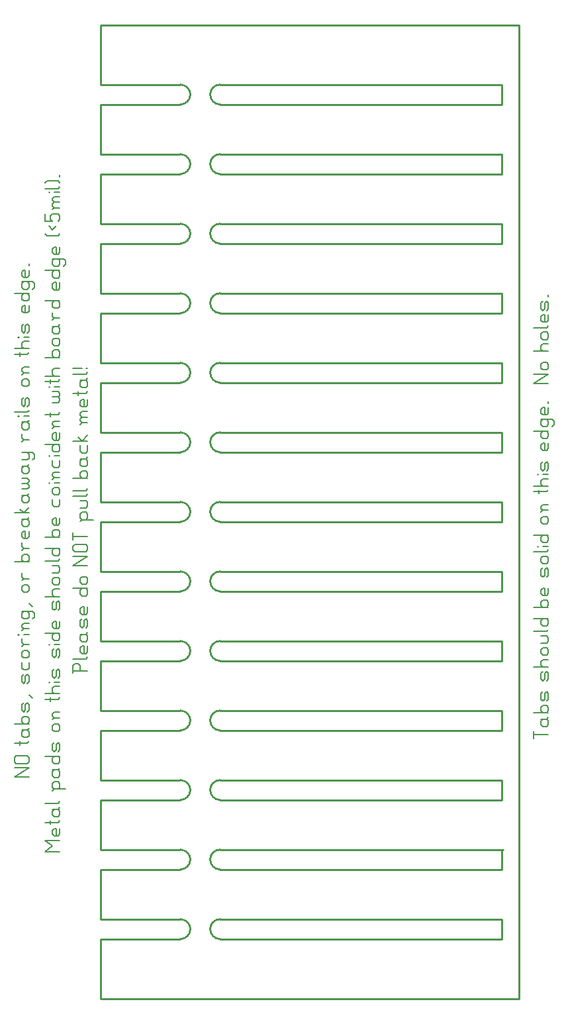
<source format=gbr>
G04 start of page 4 for group 2 idx 2 *
G04 Title: (unknown), outline *
G04 Creator: pcb 4.0.2 *
G04 CreationDate: Mon Jul 24 21:31:33 2023 UTC *
G04 For: railfan *
G04 Format: Gerber/RS-274X *
G04 PCB-Dimensions (mil): 3000.00 5500.00 *
G04 PCB-Coordinate-Origin: lower left *
%MOIN*%
%FSLAX25Y25*%
%LNOUTLINE*%
%ADD37C,0.0093*%
%ADD36C,0.0074*%
%ADD35C,0.0100*%
G54D35*X262000Y95000D02*X120000D01*
Y105000D02*X262500D01*
X262000Y130000D02*X120000D01*
Y140000D02*X262000D01*
Y130000D01*
Y105000D02*Y95000D01*
Y165000D02*X120000D01*
Y175000D02*X262000D01*
Y200000D02*X120000D01*
Y210000D02*X262000D01*
Y200000D01*
Y175000D02*Y165000D01*
Y70000D02*X120000D01*
Y60000D02*X262000D01*
X60000Y30000D02*X270500D01*
X262000Y70000D02*Y60000D01*
X100000Y95000D02*X60000D01*
Y105000D02*X100000D01*
X60000Y70000D02*Y95000D01*
X100000Y70000D02*X60000D01*
X100000Y130000D02*X60000D01*
Y140000D02*X100000D01*
X60000Y105000D02*Y130000D01*
Y140000D02*Y165000D01*
X100000Y60000D02*X60000D01*
Y30000D01*
X100000Y165000D02*X60000D01*
Y175000D02*X100000D01*
Y200000D02*X60000D01*
Y175000D02*Y200000D01*
Y210000D02*X100000D01*
Y235000D02*X60000D01*
Y210000D02*Y235000D01*
Y245000D02*X100000D01*
Y270000D02*X60000D01*
Y280000D02*X100000D01*
X60000Y245000D02*Y270000D01*
X262000Y235000D02*X120000D01*
Y245000D02*X262000D01*
Y270000D02*X120000D01*
Y280000D02*X262000D01*
Y305000D02*X120000D01*
Y315000D02*X262000D01*
Y305000D01*
Y280000D02*Y270000D01*
X270500Y520000D02*Y30000D01*
X262000Y245000D02*Y235000D01*
X100000Y305000D02*X60000D01*
Y315000D02*X100000D01*
Y340000D02*X60000D01*
Y315000D02*Y340000D01*
Y280000D02*Y305000D01*
Y385000D02*Y410000D01*
Y455000D02*Y480000D01*
Y490000D02*Y520000D01*
Y350000D02*X100000D01*
Y375000D02*X60000D01*
Y385000D02*X100000D01*
X60000Y350000D02*Y375000D01*
X100000Y410000D02*X60000D01*
Y420000D02*X100000D01*
Y445000D02*X60000D01*
Y455000D02*X100000D01*
X60000Y420000D02*Y445000D01*
X100000Y480000D02*X60000D01*
X100000Y490000D02*X60000D01*
X262000Y340000D02*X120000D01*
Y350000D02*X262000D01*
Y375000D02*X120000D01*
Y385000D02*X262000D01*
Y375000D01*
Y350000D02*Y340000D01*
Y410000D02*X120000D01*
Y420000D02*X262000D01*
Y445000D02*X120000D01*
Y455000D02*X262000D01*
Y445000D01*
Y420000D02*Y410000D01*
Y480000D02*X120000D01*
Y490000D02*X262000D01*
X60000Y520000D02*X270500D01*
X262000Y490000D02*Y480000D01*
X115000Y170000D02*G75*G03X120000Y165000I5000J0D01*G01*
X115000Y170000D02*G75*G02X120000Y175000I5000J0D01*G01*
X115000Y205000D02*G75*G03X120000Y200000I5000J0D01*G01*
X115000Y205000D02*G75*G02X120000Y210000I5000J0D01*G01*
X105000Y170000D02*G75*G03X100000Y175000I-5000J0D01*G01*
X105000Y205000D02*G75*G02X100000Y200000I-5000J0D01*G01*
X105000Y205000D02*G75*G03X100000Y210000I-5000J0D01*G01*
X105000Y240000D02*G75*G02X100000Y235000I-5000J0D01*G01*
X105000Y240000D02*G75*G03X100000Y245000I-5000J0D01*G01*
X115000Y135000D02*G75*G03X120000Y130000I5000J0D01*G01*
X115000Y135000D02*G75*G02X120000Y140000I5000J0D01*G01*
X105000Y135000D02*G75*G02X100000Y130000I-5000J0D01*G01*
X105000Y135000D02*G75*G03X100000Y140000I-5000J0D01*G01*
X115000Y100000D02*G75*G03X120000Y95000I5000J0D01*G01*
X115000Y100000D02*G75*G02X120000Y105000I5000J0D01*G01*
X105000Y100000D02*G75*G02X100000Y95000I-5000J0D01*G01*
X105000Y100000D02*G75*G03X100000Y105000I-5000J0D01*G01*
X105000Y170000D02*G75*G02X100000Y165000I-5000J0D01*G01*
X115000Y65000D02*G75*G02X120000Y70000I5000J0D01*G01*
X115000Y65000D02*G75*G03X120000Y60000I5000J0D01*G01*
X105000Y65000D02*G75*G03X100000Y70000I-5000J0D01*G01*
X105000Y65000D02*G75*G02X100000Y60000I-5000J0D01*G01*
X115000Y240000D02*G75*G03X120000Y235000I5000J0D01*G01*
X115000Y240000D02*G75*G02X120000Y245000I5000J0D01*G01*
X115000Y275000D02*G75*G03X120000Y270000I5000J0D01*G01*
X115000Y275000D02*G75*G02X120000Y280000I5000J0D01*G01*
X105000Y275000D02*G75*G02X100000Y270000I-5000J0D01*G01*
X105000Y275000D02*G75*G03X100000Y280000I-5000J0D01*G01*
X105000Y310000D02*G75*G02X100000Y305000I-5000J0D01*G01*
X105000Y310000D02*G75*G03X100000Y315000I-5000J0D01*G01*
X115000Y310000D02*G75*G03X120000Y305000I5000J0D01*G01*
X115000Y310000D02*G75*G02X120000Y315000I5000J0D01*G01*
X115000Y345000D02*G75*G03X120000Y340000I5000J0D01*G01*
X115000Y345000D02*G75*G02X120000Y350000I5000J0D01*G01*
X115000Y380000D02*G75*G03X120000Y375000I5000J0D01*G01*
X115000Y380000D02*G75*G02X120000Y385000I5000J0D01*G01*
X105000Y345000D02*G75*G02X100000Y340000I-5000J0D01*G01*
X105000Y345000D02*G75*G03X100000Y350000I-5000J0D01*G01*
X105000Y380000D02*G75*G02X100000Y375000I-5000J0D01*G01*
X105000Y380000D02*G75*G03X100000Y385000I-5000J0D01*G01*
X105000Y415000D02*G75*G02X100000Y410000I-5000J0D01*G01*
X105000Y415000D02*G75*G03X100000Y420000I-5000J0D01*G01*
X115000Y415000D02*G75*G03X120000Y410000I5000J0D01*G01*
X115000Y415000D02*G75*G02X120000Y420000I5000J0D01*G01*
X115000Y450000D02*G75*G03X120000Y445000I5000J0D01*G01*
X115000Y450000D02*G75*G02X120000Y455000I5000J0D01*G01*
X105000Y450000D02*G75*G02X100000Y445000I-5000J0D01*G01*
X105000Y450000D02*G75*G03X100000Y455000I-5000J0D01*G01*
X115000Y485000D02*G75*G03X120000Y480000I5000J0D01*G01*
X115000Y485000D02*G75*G02X120000Y490000I5000J0D01*G01*
X105000Y485000D02*G75*G02X100000Y480000I-5000J0D01*G01*
X105000Y485000D02*G75*G03X100000Y490000I-5000J0D01*G01*
G54D36*X16360Y141500D02*X23800D01*
X16360D02*X23800Y146150D01*
X16360D02*X23800D01*
X17290Y148382D02*X22870D01*
X17290D02*X16360Y149312D01*
Y151172D02*Y149312D01*
Y151172D02*X17290Y152102D01*
X22870D01*
X23800Y151172D02*X22870Y152102D01*
X23800Y151172D02*Y149312D01*
X22870Y148382D02*X23800Y149312D01*
X16360Y158612D02*X22870D01*
X23800Y159542D01*
X19150D02*Y157682D01*
X20080Y164192D02*X21010Y165122D01*
X20080Y164192D02*Y162332D01*
X21010Y161402D02*X20080Y162332D01*
X21010Y161402D02*X22870D01*
X23800Y162332D01*
X20080Y165122D02*X22870D01*
X23800Y166052D01*
Y164192D02*Y162332D01*
Y164192D02*X22870Y165122D01*
X16360Y168284D02*X23800D01*
X22870D02*X23800Y169214D01*
Y171074D02*Y169214D01*
Y171074D02*X22870Y172004D01*
X21010D02*X22870D01*
X20080Y171074D02*X21010Y172004D01*
X20080Y171074D02*Y169214D01*
X21010Y168284D02*X20080Y169214D01*
X23800Y177956D02*Y175166D01*
Y177956D02*X22870Y178886D01*
X21940Y177956D02*X22870Y178886D01*
X21940Y177956D02*Y175166D01*
X21010Y174236D02*X21940Y175166D01*
X21010Y174236D02*X20080Y175166D01*
Y177956D02*Y175166D01*
Y177956D02*X21010Y178886D01*
X22870Y174236D02*X23800Y175166D01*
X25660Y181118D02*X23800Y182978D01*
Y192278D02*Y189488D01*
Y192278D02*X22870Y193208D01*
X21940Y192278D02*X22870Y193208D01*
X21940Y192278D02*Y189488D01*
X21010Y188558D02*X21940Y189488D01*
X21010Y188558D02*X20080Y189488D01*
Y192278D02*Y189488D01*
Y192278D02*X21010Y193208D01*
X22870Y188558D02*X23800Y189488D01*
X20080Y199160D02*Y196370D01*
X21010Y195440D02*X20080Y196370D01*
X21010Y195440D02*X22870D01*
X23800Y196370D01*
Y199160D02*Y196370D01*
X21010Y201392D02*X22870D01*
X21010D02*X20080Y202322D01*
Y204182D02*Y202322D01*
Y204182D02*X21010Y205112D01*
X22870D01*
X23800Y204182D02*X22870Y205112D01*
X23800Y204182D02*Y202322D01*
X22870Y201392D02*X23800Y202322D01*
X21010Y208274D02*X23800D01*
X21010D02*X20080Y209204D01*
Y211064D02*Y209204D01*
Y207344D02*X21010Y208274D01*
G54D37*X18220Y213296D02*X18406D01*
G54D36*X21010D02*X23800D01*
X21010Y216086D02*X23800D01*
X21010D02*X20080Y217016D01*
Y217946D02*Y217016D01*
Y217946D02*X21010Y218876D01*
X23800D01*
X20080Y215156D02*X21010Y216086D01*
X20080Y223898D02*X21010Y224828D01*
X20080Y223898D02*Y222038D01*
X21010Y221108D02*X20080Y222038D01*
X21010Y221108D02*X22870D01*
X23800Y222038D01*
Y223898D02*Y222038D01*
Y223898D02*X22870Y224828D01*
X25660Y221108D02*X26590Y222038D01*
Y223898D02*Y222038D01*
Y223898D02*X25660Y224828D01*
X20080D02*X25660D01*
Y227060D02*X23800Y228920D01*
X21010Y234500D02*X22870D01*
X21010D02*X20080Y235430D01*
Y237290D02*Y235430D01*
Y237290D02*X21010Y238220D01*
X22870D01*
X23800Y237290D02*X22870Y238220D01*
X23800Y237290D02*Y235430D01*
X22870Y234500D02*X23800Y235430D01*
X21010Y241382D02*X23800D01*
X21010D02*X20080Y242312D01*
Y244172D02*Y242312D01*
Y240452D02*X21010Y241382D01*
X16360Y249752D02*X23800D01*
X22870D02*X23800Y250682D01*
Y252542D02*Y250682D01*
Y252542D02*X22870Y253472D01*
X21010D02*X22870D01*
X20080Y252542D02*X21010Y253472D01*
X20080Y252542D02*Y250682D01*
X21010Y249752D02*X20080Y250682D01*
X21010Y256634D02*X23800D01*
X21010D02*X20080Y257564D01*
Y259424D02*Y257564D01*
Y255704D02*X21010Y256634D01*
X23800Y265376D02*Y262586D01*
X22870Y261656D02*X23800Y262586D01*
X21010Y261656D02*X22870D01*
X21010D02*X20080Y262586D01*
Y264446D02*Y262586D01*
Y264446D02*X21010Y265376D01*
X21940D02*Y261656D01*
X21010Y265376D02*X21940D01*
X20080Y270398D02*X21010Y271328D01*
X20080Y270398D02*Y268538D01*
X21010Y267608D02*X20080Y268538D01*
X21010Y267608D02*X22870D01*
X23800Y268538D01*
X20080Y271328D02*X22870D01*
X23800Y272258D01*
Y270398D02*Y268538D01*
Y270398D02*X22870Y271328D01*
X16360Y274490D02*X23800D01*
X21010D02*X23800Y277280D01*
X21010Y274490D02*X19150Y276350D01*
X20080Y282302D02*X21010Y283232D01*
X20080Y282302D02*Y280442D01*
X21010Y279512D02*X20080Y280442D01*
X21010Y279512D02*X22870D01*
X23800Y280442D01*
X20080Y283232D02*X22870D01*
X23800Y284162D01*
Y282302D02*Y280442D01*
Y282302D02*X22870Y283232D01*
X20080Y286394D02*X22870D01*
X23800Y287324D01*
Y288254D02*Y287324D01*
Y288254D02*X22870Y289184D01*
X20080D02*X22870D01*
X23800Y290114D01*
Y291044D02*Y290114D01*
Y291044D02*X22870Y291974D01*
X20080D02*X22870D01*
X20080Y296996D02*X21010Y297926D01*
X20080Y296996D02*Y295136D01*
X21010Y294206D02*X20080Y295136D01*
X21010Y294206D02*X22870D01*
X23800Y295136D01*
X20080Y297926D02*X22870D01*
X23800Y298856D01*
Y296996D02*Y295136D01*
Y296996D02*X22870Y297926D01*
X20080Y301088D02*X22870D01*
X23800Y302018D01*
X20080Y304808D02*X25660D01*
X26590Y303878D02*X25660Y304808D01*
X26590Y303878D02*Y302018D01*
X25660Y301088D02*X26590Y302018D01*
X23800Y303878D02*Y302018D01*
Y303878D02*X22870Y304808D01*
X21010Y311318D02*X23800D01*
X21010D02*X20080Y312248D01*
Y314108D02*Y312248D01*
Y310388D02*X21010Y311318D01*
X20080Y319130D02*X21010Y320060D01*
X20080Y319130D02*Y317270D01*
X21010Y316340D02*X20080Y317270D01*
X21010Y316340D02*X22870D01*
X23800Y317270D01*
X20080Y320060D02*X22870D01*
X23800Y320990D01*
Y319130D02*Y317270D01*
Y319130D02*X22870Y320060D01*
G54D37*X18220Y323222D02*X18406D01*
G54D36*X21010D02*X23800D01*
X16360Y325082D02*X22870D01*
X23800Y326012D01*
Y331592D02*Y328802D01*
Y331592D02*X22870Y332522D01*
X21940Y331592D02*X22870Y332522D01*
X21940Y331592D02*Y328802D01*
X21010Y327872D02*X21940Y328802D01*
X21010Y327872D02*X20080Y328802D01*
Y331592D02*Y328802D01*
Y331592D02*X21010Y332522D01*
X22870Y327872D02*X23800Y328802D01*
X21010Y338102D02*X22870D01*
X21010D02*X20080Y339032D01*
Y340892D02*Y339032D01*
Y340892D02*X21010Y341822D01*
X22870D01*
X23800Y340892D02*X22870Y341822D01*
X23800Y340892D02*Y339032D01*
X22870Y338102D02*X23800Y339032D01*
X21010Y344984D02*X23800D01*
X21010D02*X20080Y345914D01*
Y346844D02*Y345914D01*
Y346844D02*X21010Y347774D01*
X23800D01*
X20080Y344054D02*X21010Y344984D01*
X16360Y354284D02*X22870D01*
X23800Y355214D01*
X19150D02*Y353354D01*
X16360Y357074D02*X23800D01*
X21010D02*X20080Y358004D01*
Y359864D02*Y358004D01*
Y359864D02*X21010Y360794D01*
X23800D01*
G54D37*X18220Y363026D02*X18406D01*
G54D36*X21010D02*X23800D01*
Y368606D02*Y365816D01*
Y368606D02*X22870Y369536D01*
X21940Y368606D02*X22870Y369536D01*
X21940Y368606D02*Y365816D01*
X21010Y364886D02*X21940Y365816D01*
X21010Y364886D02*X20080Y365816D01*
Y368606D02*Y365816D01*
Y368606D02*X21010Y369536D01*
X22870Y364886D02*X23800Y365816D01*
Y378836D02*Y376046D01*
X22870Y375116D02*X23800Y376046D01*
X21010Y375116D02*X22870D01*
X21010D02*X20080Y376046D01*
Y377906D02*Y376046D01*
Y377906D02*X21010Y378836D01*
X21940D02*Y375116D01*
X21010Y378836D02*X21940D01*
X16360Y384788D02*X23800D01*
Y383858D02*X22870Y384788D01*
X23800Y383858D02*Y381998D01*
X22870Y381068D02*X23800Y381998D01*
X21010Y381068D02*X22870D01*
X21010D02*X20080Y381998D01*
Y383858D02*Y381998D01*
Y383858D02*X21010Y384788D01*
X20080Y389810D02*X21010Y390740D01*
X20080Y389810D02*Y387950D01*
X21010Y387020D02*X20080Y387950D01*
X21010Y387020D02*X22870D01*
X23800Y387950D01*
Y389810D02*Y387950D01*
Y389810D02*X22870Y390740D01*
X25660Y387020D02*X26590Y387950D01*
Y389810D02*Y387950D01*
Y389810D02*X25660Y390740D01*
X20080D02*X25660D01*
X23800Y396692D02*Y393902D01*
X22870Y392972D02*X23800Y393902D01*
X21010Y392972D02*X22870D01*
X21010D02*X20080Y393902D01*
Y395762D02*Y393902D01*
Y395762D02*X21010Y396692D01*
X21940D02*Y392972D01*
X21010Y396692D02*X21940D01*
X23800Y399854D02*Y398924D01*
X45860Y194930D02*X53300D01*
X45860Y197720D02*Y194000D01*
Y197720D02*X46790Y198650D01*
X48650D01*
X49580Y197720D02*X48650Y198650D01*
X49580Y197720D02*Y194930D01*
X45860Y200882D02*X52370D01*
X53300Y201812D01*
Y207392D02*Y204602D01*
X52370Y203672D02*X53300Y204602D01*
X50510Y203672D02*X52370D01*
X50510D02*X49580Y204602D01*
Y206462D02*Y204602D01*
Y206462D02*X50510Y207392D01*
X51440D02*Y203672D01*
X50510Y207392D02*X51440D01*
X49580Y212414D02*X50510Y213344D01*
X49580Y212414D02*Y210554D01*
X50510Y209624D02*X49580Y210554D01*
X50510Y209624D02*X52370D01*
X53300Y210554D01*
X49580Y213344D02*X52370D01*
X53300Y214274D01*
Y212414D02*Y210554D01*
Y212414D02*X52370Y213344D01*
X53300Y220226D02*Y217436D01*
Y220226D02*X52370Y221156D01*
X51440Y220226D02*X52370Y221156D01*
X51440Y220226D02*Y217436D01*
X50510Y216506D02*X51440Y217436D01*
X50510Y216506D02*X49580Y217436D01*
Y220226D02*Y217436D01*
Y220226D02*X50510Y221156D01*
X52370Y216506D02*X53300Y217436D01*
Y227108D02*Y224318D01*
X52370Y223388D02*X53300Y224318D01*
X50510Y223388D02*X52370D01*
X50510D02*X49580Y224318D01*
Y226178D02*Y224318D01*
Y226178D02*X50510Y227108D01*
X51440D02*Y223388D01*
X50510Y227108D02*X51440D01*
X45860Y236408D02*X53300D01*
Y235478D02*X52370Y236408D01*
X53300Y235478D02*Y233618D01*
X52370Y232688D02*X53300Y233618D01*
X50510Y232688D02*X52370D01*
X50510D02*X49580Y233618D01*
Y235478D02*Y233618D01*
Y235478D02*X50510Y236408D01*
Y238640D02*X52370D01*
X50510D02*X49580Y239570D01*
Y241430D02*Y239570D01*
Y241430D02*X50510Y242360D01*
X52370D01*
X53300Y241430D02*X52370Y242360D01*
X53300Y241430D02*Y239570D01*
X52370Y238640D02*X53300Y239570D01*
X45860Y247940D02*X53300D01*
X45860D02*X53300Y252590D01*
X45860D02*X53300D01*
X46790Y254822D02*X52370D01*
X46790D02*X45860Y255752D01*
Y257612D02*Y255752D01*
Y257612D02*X46790Y258542D01*
X52370D01*
X53300Y257612D02*X52370Y258542D01*
X53300Y257612D02*Y255752D01*
X52370Y254822D02*X53300Y255752D01*
X45860Y264494D02*Y260774D01*
Y262634D02*X53300D01*
X50510Y271004D02*X56090D01*
X49580Y270074D02*X50510Y271004D01*
X49580Y271934D01*
Y273794D02*Y271934D01*
Y273794D02*X50510Y274724D01*
X52370D01*
X53300Y273794D02*X52370Y274724D01*
X53300Y273794D02*Y271934D01*
X52370Y271004D02*X53300Y271934D01*
X49580Y276956D02*X52370D01*
X53300Y277886D01*
Y279746D02*Y277886D01*
Y279746D02*X52370Y280676D01*
X49580D02*X52370D01*
X45860Y282908D02*X52370D01*
X53300Y283838D01*
X45860Y285698D02*X52370D01*
X53300Y286628D01*
X45860Y291836D02*X53300D01*
X52370D02*X53300Y292766D01*
Y294626D02*Y292766D01*
Y294626D02*X52370Y295556D01*
X50510D02*X52370D01*
X49580Y294626D02*X50510Y295556D01*
X49580Y294626D02*Y292766D01*
X50510Y291836D02*X49580Y292766D01*
Y300578D02*X50510Y301508D01*
X49580Y300578D02*Y298718D01*
X50510Y297788D02*X49580Y298718D01*
X50510Y297788D02*X52370D01*
X53300Y298718D01*
X49580Y301508D02*X52370D01*
X53300Y302438D01*
Y300578D02*Y298718D01*
Y300578D02*X52370Y301508D01*
X49580Y308390D02*Y305600D01*
X50510Y304670D02*X49580Y305600D01*
X50510Y304670D02*X52370D01*
X53300Y305600D01*
Y308390D02*Y305600D01*
X45860Y310622D02*X53300D01*
X50510D02*X53300Y313412D01*
X50510Y310622D02*X48650Y312482D01*
X50510Y319922D02*X53300D01*
X50510D02*X49580Y320852D01*
Y321782D02*Y320852D01*
Y321782D02*X50510Y322712D01*
X53300D01*
X50510D02*X49580Y323642D01*
Y324572D02*Y323642D01*
Y324572D02*X50510Y325502D01*
X53300D01*
X49580Y318992D02*X50510Y319922D01*
X53300Y331454D02*Y328664D01*
X52370Y327734D02*X53300Y328664D01*
X50510Y327734D02*X52370D01*
X50510D02*X49580Y328664D01*
Y330524D02*Y328664D01*
Y330524D02*X50510Y331454D01*
X51440D02*Y327734D01*
X50510Y331454D02*X51440D01*
X45860Y334616D02*X52370D01*
X53300Y335546D01*
X48650D02*Y333686D01*
X49580Y340196D02*X50510Y341126D01*
X49580Y340196D02*Y338336D01*
X50510Y337406D02*X49580Y338336D01*
X50510Y337406D02*X52370D01*
X53300Y338336D01*
X49580Y341126D02*X52370D01*
X53300Y342056D01*
Y340196D02*Y338336D01*
Y340196D02*X52370Y341126D01*
X45860Y344288D02*X52370D01*
X53300Y345218D01*
X52370Y347078D02*X53300D01*
X45860D02*X50510D01*
X31860Y104000D02*X39300D01*
X31860D02*X35580Y106790D01*
X31860Y109580D01*
X39300D01*
Y115532D02*Y112742D01*
X38370Y111812D02*X39300Y112742D01*
X36510Y111812D02*X38370D01*
X36510D02*X35580Y112742D01*
Y114602D02*Y112742D01*
Y114602D02*X36510Y115532D01*
X37440D02*Y111812D01*
X36510Y115532D02*X37440D01*
X31860Y118694D02*X38370D01*
X39300Y119624D01*
X34650D02*Y117764D01*
X35580Y124274D02*X36510Y125204D01*
X35580Y124274D02*Y122414D01*
X36510Y121484D02*X35580Y122414D01*
X36510Y121484D02*X38370D01*
X39300Y122414D01*
X35580Y125204D02*X38370D01*
X39300Y126134D01*
Y124274D02*Y122414D01*
Y124274D02*X38370Y125204D01*
X31860Y128366D02*X38370D01*
X39300Y129296D01*
X36510Y135434D02*X42090D01*
X35580Y134504D02*X36510Y135434D01*
X35580Y136364D01*
Y138224D02*Y136364D01*
Y138224D02*X36510Y139154D01*
X38370D01*
X39300Y138224D02*X38370Y139154D01*
X39300Y138224D02*Y136364D01*
X38370Y135434D02*X39300Y136364D01*
X35580Y144176D02*X36510Y145106D01*
X35580Y144176D02*Y142316D01*
X36510Y141386D02*X35580Y142316D01*
X36510Y141386D02*X38370D01*
X39300Y142316D01*
X35580Y145106D02*X38370D01*
X39300Y146036D01*
Y144176D02*Y142316D01*
Y144176D02*X38370Y145106D01*
X31860Y151988D02*X39300D01*
Y151058D02*X38370Y151988D01*
X39300Y151058D02*Y149198D01*
X38370Y148268D02*X39300Y149198D01*
X36510Y148268D02*X38370D01*
X36510D02*X35580Y149198D01*
Y151058D02*Y149198D01*
Y151058D02*X36510Y151988D01*
X39300Y157940D02*Y155150D01*
Y157940D02*X38370Y158870D01*
X37440Y157940D02*X38370Y158870D01*
X37440Y157940D02*Y155150D01*
X36510Y154220D02*X37440Y155150D01*
X36510Y154220D02*X35580Y155150D01*
Y157940D02*Y155150D01*
Y157940D02*X36510Y158870D01*
X38370Y154220D02*X39300Y155150D01*
X36510Y164450D02*X38370D01*
X36510D02*X35580Y165380D01*
Y167240D02*Y165380D01*
Y167240D02*X36510Y168170D01*
X38370D01*
X39300Y167240D02*X38370Y168170D01*
X39300Y167240D02*Y165380D01*
X38370Y164450D02*X39300Y165380D01*
X36510Y171332D02*X39300D01*
X36510D02*X35580Y172262D01*
Y173192D02*Y172262D01*
Y173192D02*X36510Y174122D01*
X39300D01*
X35580Y170402D02*X36510Y171332D01*
X31860Y180632D02*X38370D01*
X39300Y181562D01*
X34650D02*Y179702D01*
X31860Y183422D02*X39300D01*
X36510D02*X35580Y184352D01*
Y186212D02*Y184352D01*
Y186212D02*X36510Y187142D01*
X39300D01*
G54D37*X33720Y189374D02*X33906D01*
G54D36*X36510D02*X39300D01*
Y194954D02*Y192164D01*
Y194954D02*X38370Y195884D01*
X37440Y194954D02*X38370Y195884D01*
X37440Y194954D02*Y192164D01*
X36510Y191234D02*X37440Y192164D01*
X36510Y191234D02*X35580Y192164D01*
Y194954D02*Y192164D01*
Y194954D02*X36510Y195884D01*
X38370Y191234D02*X39300Y192164D01*
Y205184D02*Y202394D01*
Y205184D02*X38370Y206114D01*
X37440Y205184D02*X38370Y206114D01*
X37440Y205184D02*Y202394D01*
X36510Y201464D02*X37440Y202394D01*
X36510Y201464D02*X35580Y202394D01*
Y205184D02*Y202394D01*
Y205184D02*X36510Y206114D01*
X38370Y201464D02*X39300Y202394D01*
G54D37*X33720Y208346D02*X33906D01*
G54D36*X36510D02*X39300D01*
X31860Y213926D02*X39300D01*
Y212996D02*X38370Y213926D01*
X39300Y212996D02*Y211136D01*
X38370Y210206D02*X39300Y211136D01*
X36510Y210206D02*X38370D01*
X36510D02*X35580Y211136D01*
Y212996D02*Y211136D01*
Y212996D02*X36510Y213926D01*
X39300Y219878D02*Y217088D01*
X38370Y216158D02*X39300Y217088D01*
X36510Y216158D02*X38370D01*
X36510D02*X35580Y217088D01*
Y218948D02*Y217088D01*
Y218948D02*X36510Y219878D01*
X37440D02*Y216158D01*
X36510Y219878D02*X37440D01*
X39300Y229178D02*Y226388D01*
Y229178D02*X38370Y230108D01*
X37440Y229178D02*X38370Y230108D01*
X37440Y229178D02*Y226388D01*
X36510Y225458D02*X37440Y226388D01*
X36510Y225458D02*X35580Y226388D01*
Y229178D02*Y226388D01*
Y229178D02*X36510Y230108D01*
X38370Y225458D02*X39300Y226388D01*
X31860Y232340D02*X39300D01*
X36510D02*X35580Y233270D01*
Y235130D02*Y233270D01*
Y235130D02*X36510Y236060D01*
X39300D01*
X36510Y238292D02*X38370D01*
X36510D02*X35580Y239222D01*
Y241082D02*Y239222D01*
Y241082D02*X36510Y242012D01*
X38370D01*
X39300Y241082D02*X38370Y242012D01*
X39300Y241082D02*Y239222D01*
X38370Y238292D02*X39300Y239222D01*
X35580Y244244D02*X38370D01*
X39300Y245174D01*
Y247034D02*Y245174D01*
Y247034D02*X38370Y247964D01*
X35580D02*X38370D01*
X31860Y250196D02*X38370D01*
X39300Y251126D01*
X31860Y256706D02*X39300D01*
Y255776D02*X38370Y256706D01*
X39300Y255776D02*Y253916D01*
X38370Y252986D02*X39300Y253916D01*
X36510Y252986D02*X38370D01*
X36510D02*X35580Y253916D01*
Y255776D02*Y253916D01*
Y255776D02*X36510Y256706D01*
X31860Y262286D02*X39300D01*
X38370D02*X39300Y263216D01*
Y265076D02*Y263216D01*
Y265076D02*X38370Y266006D01*
X36510D02*X38370D01*
X35580Y265076D02*X36510Y266006D01*
X35580Y265076D02*Y263216D01*
X36510Y262286D02*X35580Y263216D01*
X39300Y271958D02*Y269168D01*
X38370Y268238D02*X39300Y269168D01*
X36510Y268238D02*X38370D01*
X36510D02*X35580Y269168D01*
Y271028D02*Y269168D01*
Y271028D02*X36510Y271958D01*
X37440D02*Y268238D01*
X36510Y271958D02*X37440D01*
X35580Y281258D02*Y278468D01*
X36510Y277538D02*X35580Y278468D01*
X36510Y277538D02*X38370D01*
X39300Y278468D01*
Y281258D02*Y278468D01*
X36510Y283490D02*X38370D01*
X36510D02*X35580Y284420D01*
Y286280D02*Y284420D01*
Y286280D02*X36510Y287210D01*
X38370D01*
X39300Y286280D02*X38370Y287210D01*
X39300Y286280D02*Y284420D01*
X38370Y283490D02*X39300Y284420D01*
G54D37*X33720Y289442D02*X33906D01*
G54D36*X36510D02*X39300D01*
X36510Y292232D02*X39300D01*
X36510D02*X35580Y293162D01*
Y294092D02*Y293162D01*
Y294092D02*X36510Y295022D01*
X39300D01*
X35580Y291302D02*X36510Y292232D01*
X35580Y300974D02*Y298184D01*
X36510Y297254D02*X35580Y298184D01*
X36510Y297254D02*X38370D01*
X39300Y298184D01*
Y300974D02*Y298184D01*
G54D37*X33720Y303206D02*X33906D01*
G54D36*X36510D02*X39300D01*
X31860Y308786D02*X39300D01*
Y307856D02*X38370Y308786D01*
X39300Y307856D02*Y305996D01*
X38370Y305066D02*X39300Y305996D01*
X36510Y305066D02*X38370D01*
X36510D02*X35580Y305996D01*
Y307856D02*Y305996D01*
Y307856D02*X36510Y308786D01*
X39300Y314738D02*Y311948D01*
X38370Y311018D02*X39300Y311948D01*
X36510Y311018D02*X38370D01*
X36510D02*X35580Y311948D01*
Y313808D02*Y311948D01*
Y313808D02*X36510Y314738D01*
X37440D02*Y311018D01*
X36510Y314738D02*X37440D01*
X36510Y317900D02*X39300D01*
X36510D02*X35580Y318830D01*
Y319760D02*Y318830D01*
Y319760D02*X36510Y320690D01*
X39300D01*
X35580Y316970D02*X36510Y317900D01*
X31860Y323852D02*X38370D01*
X39300Y324782D01*
X34650D02*Y322922D01*
X35580Y329990D02*X38370D01*
X39300Y330920D01*
Y331850D02*Y330920D01*
Y331850D02*X38370Y332780D01*
X35580D02*X38370D01*
X39300Y333710D01*
Y334640D02*Y333710D01*
Y334640D02*X38370Y335570D01*
X35580D02*X38370D01*
G54D37*X33720Y337802D02*X33906D01*
G54D36*X36510D02*X39300D01*
X31860Y340592D02*X38370D01*
X39300Y341522D01*
X34650D02*Y339662D01*
X31860Y343382D02*X39300D01*
X36510D02*X35580Y344312D01*
Y346172D02*Y344312D01*
Y346172D02*X36510Y347102D01*
X39300D01*
X31860Y352682D02*X39300D01*
X38370D02*X39300Y353612D01*
Y355472D02*Y353612D01*
Y355472D02*X38370Y356402D01*
X36510D02*X38370D01*
X35580Y355472D02*X36510Y356402D01*
X35580Y355472D02*Y353612D01*
X36510Y352682D02*X35580Y353612D01*
X36510Y358634D02*X38370D01*
X36510D02*X35580Y359564D01*
Y361424D02*Y359564D01*
Y361424D02*X36510Y362354D01*
X38370D01*
X39300Y361424D02*X38370Y362354D01*
X39300Y361424D02*Y359564D01*
X38370Y358634D02*X39300Y359564D01*
X35580Y367376D02*X36510Y368306D01*
X35580Y367376D02*Y365516D01*
X36510Y364586D02*X35580Y365516D01*
X36510Y364586D02*X38370D01*
X39300Y365516D01*
X35580Y368306D02*X38370D01*
X39300Y369236D01*
Y367376D02*Y365516D01*
Y367376D02*X38370Y368306D01*
X36510Y372398D02*X39300D01*
X36510D02*X35580Y373328D01*
Y375188D02*Y373328D01*
Y371468D02*X36510Y372398D01*
X31860Y381140D02*X39300D01*
Y380210D02*X38370Y381140D01*
X39300Y380210D02*Y378350D01*
X38370Y377420D02*X39300Y378350D01*
X36510Y377420D02*X38370D01*
X36510D02*X35580Y378350D01*
Y380210D02*Y378350D01*
Y380210D02*X36510Y381140D01*
X39300Y390440D02*Y387650D01*
X38370Y386720D02*X39300Y387650D01*
X36510Y386720D02*X38370D01*
X36510D02*X35580Y387650D01*
Y389510D02*Y387650D01*
Y389510D02*X36510Y390440D01*
X37440D02*Y386720D01*
X36510Y390440D02*X37440D01*
X31860Y396392D02*X39300D01*
Y395462D02*X38370Y396392D01*
X39300Y395462D02*Y393602D01*
X38370Y392672D02*X39300Y393602D01*
X36510Y392672D02*X38370D01*
X36510D02*X35580Y393602D01*
Y395462D02*Y393602D01*
Y395462D02*X36510Y396392D01*
X35580Y401414D02*X36510Y402344D01*
X35580Y401414D02*Y399554D01*
X36510Y398624D02*X35580Y399554D01*
X36510Y398624D02*X38370D01*
X39300Y399554D01*
Y401414D02*Y399554D01*
Y401414D02*X38370Y402344D01*
X41160Y398624D02*X42090Y399554D01*
Y401414D02*Y399554D01*
Y401414D02*X41160Y402344D01*
X35580D02*X41160D01*
X39300Y408296D02*Y405506D01*
X38370Y404576D02*X39300Y405506D01*
X36510Y404576D02*X38370D01*
X36510D02*X35580Y405506D01*
Y407366D02*Y405506D01*
Y407366D02*X36510Y408296D01*
X37440D02*Y404576D01*
X36510Y408296D02*X37440D01*
X38370Y413876D02*X39300Y414806D01*
X32790Y413876D02*X31860Y414806D01*
X32790Y413876D02*X38370D01*
X35580Y417038D02*X33720Y418898D01*
X35580Y417038D02*X37440Y418898D01*
X31860Y424850D02*Y421130D01*
X35580D01*
X34650Y422060D01*
Y423920D02*Y422060D01*
Y423920D02*X35580Y424850D01*
X38370D01*
X39300Y423920D02*X38370Y424850D01*
X39300Y423920D02*Y422060D01*
X38370Y421130D02*X39300Y422060D01*
X36510Y428012D02*X39300D01*
X36510D02*X35580Y428942D01*
Y429872D02*Y428942D01*
Y429872D02*X36510Y430802D01*
X39300D01*
X36510D02*X35580Y431732D01*
Y432662D02*Y431732D01*
Y432662D02*X36510Y433592D01*
X39300D01*
X35580Y427082D02*X36510Y428012D01*
G54D37*X33720Y435824D02*X33906D01*
G54D36*X36510D02*X39300D01*
X31860Y437684D02*X38370D01*
X39300Y438614D01*
X31860Y440474D02*X32790Y441404D01*
X38370D01*
X39300Y440474D02*X38370Y441404D01*
X39300Y444566D02*Y443636D01*
X277860Y164720D02*Y161000D01*
Y162860D02*X285300D01*
X281580Y169742D02*X282510Y170672D01*
X281580Y169742D02*Y167882D01*
X282510Y166952D02*X281580Y167882D01*
X282510Y166952D02*X284370D01*
X285300Y167882D01*
X281580Y170672D02*X284370D01*
X285300Y171602D01*
Y169742D02*Y167882D01*
Y169742D02*X284370Y170672D01*
X277860Y173834D02*X285300D01*
X284370D02*X285300Y174764D01*
Y176624D02*Y174764D01*
Y176624D02*X284370Y177554D01*
X282510D02*X284370D01*
X281580Y176624D02*X282510Y177554D01*
X281580Y176624D02*Y174764D01*
X282510Y173834D02*X281580Y174764D01*
X285300Y183506D02*Y180716D01*
Y183506D02*X284370Y184436D01*
X283440Y183506D02*X284370Y184436D01*
X283440Y183506D02*Y180716D01*
X282510Y179786D02*X283440Y180716D01*
X282510Y179786D02*X281580Y180716D01*
Y183506D02*Y180716D01*
Y183506D02*X282510Y184436D01*
X284370Y179786D02*X285300Y180716D01*
Y193736D02*Y190946D01*
Y193736D02*X284370Y194666D01*
X283440Y193736D02*X284370Y194666D01*
X283440Y193736D02*Y190946D01*
X282510Y190016D02*X283440Y190946D01*
X282510Y190016D02*X281580Y190946D01*
Y193736D02*Y190946D01*
Y193736D02*X282510Y194666D01*
X284370Y190016D02*X285300Y190946D01*
X277860Y196898D02*X285300D01*
X282510D02*X281580Y197828D01*
Y199688D02*Y197828D01*
Y199688D02*X282510Y200618D01*
X285300D01*
X282510Y202850D02*X284370D01*
X282510D02*X281580Y203780D01*
Y205640D02*Y203780D01*
Y205640D02*X282510Y206570D01*
X284370D01*
X285300Y205640D02*X284370Y206570D01*
X285300Y205640D02*Y203780D01*
X284370Y202850D02*X285300Y203780D01*
X281580Y208802D02*X284370D01*
X285300Y209732D01*
Y211592D02*Y209732D01*
Y211592D02*X284370Y212522D01*
X281580D02*X284370D01*
X277860Y214754D02*X284370D01*
X285300Y215684D01*
X277860Y221264D02*X285300D01*
Y220334D02*X284370Y221264D01*
X285300Y220334D02*Y218474D01*
X284370Y217544D02*X285300Y218474D01*
X282510Y217544D02*X284370D01*
X282510D02*X281580Y218474D01*
Y220334D02*Y218474D01*
Y220334D02*X282510Y221264D01*
X277860Y226844D02*X285300D01*
X284370D02*X285300Y227774D01*
Y229634D02*Y227774D01*
Y229634D02*X284370Y230564D01*
X282510D02*X284370D01*
X281580Y229634D02*X282510Y230564D01*
X281580Y229634D02*Y227774D01*
X282510Y226844D02*X281580Y227774D01*
X285300Y236516D02*Y233726D01*
X284370Y232796D02*X285300Y233726D01*
X282510Y232796D02*X284370D01*
X282510D02*X281580Y233726D01*
Y235586D02*Y233726D01*
Y235586D02*X282510Y236516D01*
X283440D02*Y232796D01*
X282510Y236516D02*X283440D01*
X285300Y245816D02*Y243026D01*
Y245816D02*X284370Y246746D01*
X283440Y245816D02*X284370Y246746D01*
X283440Y245816D02*Y243026D01*
X282510Y242096D02*X283440Y243026D01*
X282510Y242096D02*X281580Y243026D01*
Y245816D02*Y243026D01*
Y245816D02*X282510Y246746D01*
X284370Y242096D02*X285300Y243026D01*
X282510Y248978D02*X284370D01*
X282510D02*X281580Y249908D01*
Y251768D02*Y249908D01*
Y251768D02*X282510Y252698D01*
X284370D01*
X285300Y251768D02*X284370Y252698D01*
X285300Y251768D02*Y249908D01*
X284370Y248978D02*X285300Y249908D01*
X277860Y254930D02*X284370D01*
X285300Y255860D01*
G54D37*X279720Y257720D02*X279906D01*
G54D36*X282510D02*X285300D01*
X277860Y263300D02*X285300D01*
Y262370D02*X284370Y263300D01*
X285300Y262370D02*Y260510D01*
X284370Y259580D02*X285300Y260510D01*
X282510Y259580D02*X284370D01*
X282510D02*X281580Y260510D01*
Y262370D02*Y260510D01*
Y262370D02*X282510Y263300D01*
Y268880D02*X284370D01*
X282510D02*X281580Y269810D01*
Y271670D02*Y269810D01*
Y271670D02*X282510Y272600D01*
X284370D01*
X285300Y271670D02*X284370Y272600D01*
X285300Y271670D02*Y269810D01*
X284370Y268880D02*X285300Y269810D01*
X282510Y275762D02*X285300D01*
X282510D02*X281580Y276692D01*
Y277622D02*Y276692D01*
Y277622D02*X282510Y278552D01*
X285300D01*
X281580Y274832D02*X282510Y275762D01*
X277860Y285062D02*X284370D01*
X285300Y285992D01*
X280650D02*Y284132D01*
X277860Y287852D02*X285300D01*
X282510D02*X281580Y288782D01*
Y290642D02*Y288782D01*
Y290642D02*X282510Y291572D01*
X285300D01*
G54D37*X279720Y293804D02*X279906D01*
G54D36*X282510D02*X285300D01*
Y299384D02*Y296594D01*
Y299384D02*X284370Y300314D01*
X283440Y299384D02*X284370Y300314D01*
X283440Y299384D02*Y296594D01*
X282510Y295664D02*X283440Y296594D01*
X282510Y295664D02*X281580Y296594D01*
Y299384D02*Y296594D01*
Y299384D02*X282510Y300314D01*
X284370Y295664D02*X285300Y296594D01*
Y309614D02*Y306824D01*
X284370Y305894D02*X285300Y306824D01*
X282510Y305894D02*X284370D01*
X282510D02*X281580Y306824D01*
Y308684D02*Y306824D01*
Y308684D02*X282510Y309614D01*
X283440D02*Y305894D01*
X282510Y309614D02*X283440D01*
X277860Y315566D02*X285300D01*
Y314636D02*X284370Y315566D01*
X285300Y314636D02*Y312776D01*
X284370Y311846D02*X285300Y312776D01*
X282510Y311846D02*X284370D01*
X282510D02*X281580Y312776D01*
Y314636D02*Y312776D01*
Y314636D02*X282510Y315566D01*
X281580Y320588D02*X282510Y321518D01*
X281580Y320588D02*Y318728D01*
X282510Y317798D02*X281580Y318728D01*
X282510Y317798D02*X284370D01*
X285300Y318728D01*
Y320588D02*Y318728D01*
Y320588D02*X284370Y321518D01*
X287160Y317798D02*X288090Y318728D01*
Y320588D02*Y318728D01*
Y320588D02*X287160Y321518D01*
X281580D02*X287160D01*
X285300Y327470D02*Y324680D01*
X284370Y323750D02*X285300Y324680D01*
X282510Y323750D02*X284370D01*
X282510D02*X281580Y324680D01*
Y326540D02*Y324680D01*
Y326540D02*X282510Y327470D01*
X283440D02*Y323750D01*
X282510Y327470D02*X283440D01*
X285300Y330632D02*Y329702D01*
X277860Y339560D02*X285300D01*
X277860D02*X285300Y344210D01*
X277860D02*X285300D01*
X282510Y346442D02*X284370D01*
X282510D02*X281580Y347372D01*
Y349232D02*Y347372D01*
Y349232D02*X282510Y350162D01*
X284370D01*
X285300Y349232D02*X284370Y350162D01*
X285300Y349232D02*Y347372D01*
X284370Y346442D02*X285300Y347372D01*
X277860Y355742D02*X285300D01*
X282510D02*X281580Y356672D01*
Y358532D02*Y356672D01*
Y358532D02*X282510Y359462D01*
X285300D01*
X282510Y361694D02*X284370D01*
X282510D02*X281580Y362624D01*
Y364484D02*Y362624D01*
Y364484D02*X282510Y365414D01*
X284370D01*
X285300Y364484D02*X284370Y365414D01*
X285300Y364484D02*Y362624D01*
X284370Y361694D02*X285300Y362624D01*
X277860Y367646D02*X284370D01*
X285300Y368576D01*
Y374156D02*Y371366D01*
X284370Y370436D02*X285300Y371366D01*
X282510Y370436D02*X284370D01*
X282510D02*X281580Y371366D01*
Y373226D02*Y371366D01*
Y373226D02*X282510Y374156D01*
X283440D02*Y370436D01*
X282510Y374156D02*X283440D01*
X285300Y380108D02*Y377318D01*
Y380108D02*X284370Y381038D01*
X283440Y380108D02*X284370Y381038D01*
X283440Y380108D02*Y377318D01*
X282510Y376388D02*X283440Y377318D01*
X282510Y376388D02*X281580Y377318D01*
Y380108D02*Y377318D01*
Y380108D02*X282510Y381038D01*
X284370Y376388D02*X285300Y377318D01*
Y384200D02*Y383270D01*
M02*

</source>
